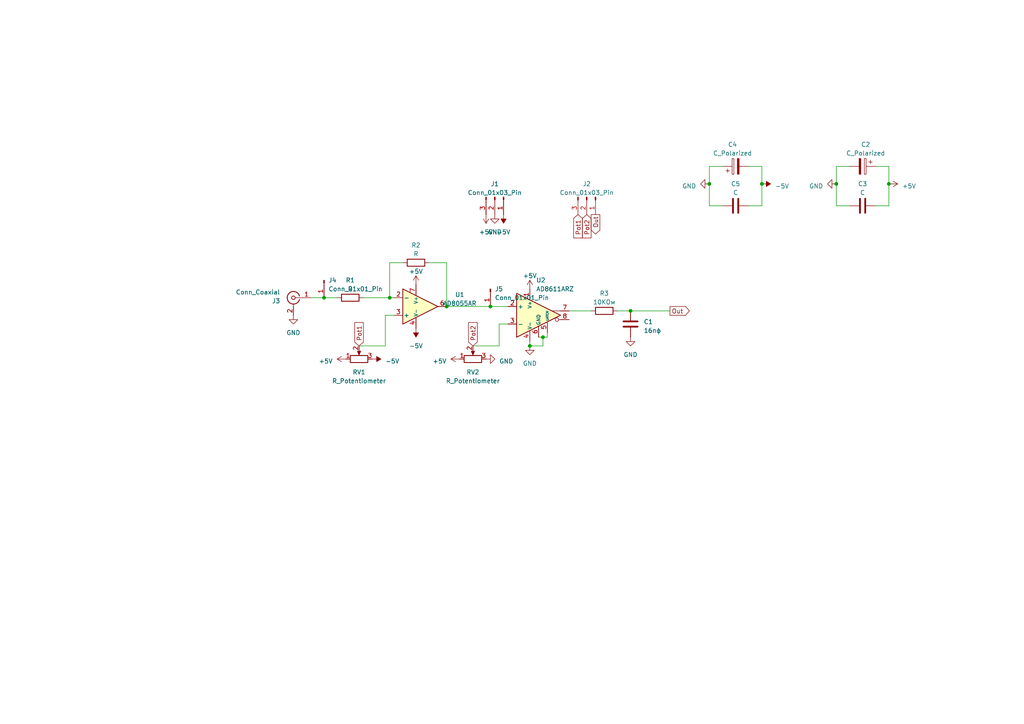
<source format=kicad_sch>
(kicad_sch (version 20230121) (generator eeschema)
  (paper "A4")
  (lib_symbols
    (symbol "Connector:Conn_01x01_Pin" (pin_names (offset 1.016) hide)
      (property "Reference" "J" (at 0 2.54 0))
      (property "Value" "Conn_01x01_Pin" (at 0 -2.54 0))
      (symbol "Conn_01x01_Pin_1_1"
        (polyline (pts (xy 1.27 0) (xy 0.8636 0)) (stroke (width 0.1524)))
        (rectangle (start 0.8636 0.127) (end 0 -0.127) (stroke (width 0.1524)) (fill (type outline)))
        (pin passive line (at 5.08 0 180) (length 3.81) (name "Pin_1") (number "1"))
      )
    )
    (symbol "Connector:Conn_01x03_Pin" (pin_names (offset 1.016) hide)
      (property "Reference" "J" (at 0 5.08 0))
      (property "Value" "Conn_01x03_Pin" (at 0 -5.08 0))
      (symbol "Conn_01x03_Pin_1_1"
        (polyline (pts (xy 1.27 -2.54) (xy 0.8636 -2.54)) (stroke (width 0.1524)))
        (polyline (pts (xy 1.27 0) (xy 0.8636 0)) (stroke (width 0.1524)))
        (polyline (pts (xy 1.27 2.54) (xy 0.8636 2.54)) (stroke (width 0.1524)))
        (rectangle (start 0.8636 -2.413) (end 0 -2.667) (stroke (width 0.1524)) (fill (type outline)))
        (rectangle (start 0.8636 0.127) (end 0 -0.127) (stroke (width 0.1524)) (fill (type outline)))
        (rectangle (start 0.8636 2.667) (end 0 2.413) (stroke (width 0.1524)) (fill (type outline)))
        (pin passive line (at 5.08 2.54 180) (length 3.81) (name "Pin_1") (number "1"))
        (pin passive line (at 5.08 0 180) (length 3.81) (name "Pin_2") (number "2"))
        (pin passive line (at 5.08 -2.54 180) (length 3.81) (name "Pin_3") (number "3"))
      )
    )
    (symbol "Connector:Conn_Coaxial" (pin_names (offset 1.016) hide)
      (property "Reference" "J" (at 0.254 3.048 0))
      (property "Value" "Conn_Coaxial" (at 2.921 0 90))
      (symbol "Conn_Coaxial_0_1"
        (arc (start -1.778 -0.508) (mid 0.2311 -1.8066) (end 1.778 0) (stroke (width 0.254)))
        (polyline (pts (xy -2.54 0) (xy -0.508 0)))
        (polyline (pts (xy 0 -2.54) (xy 0 -1.778)))
        (circle (center 0 0) (radius 0.508) (stroke (width 0.2032)))
        (arc (start 1.778 0) (mid 0.2099 1.8101) (end -1.778 0.508) (stroke (width 0.254)))
      )
      (symbol "Conn_Coaxial_1_1"
        (pin passive line (at -5.08 0 0) (length 2.54) (name "In") (number "1"))
        (pin passive line (at 0 -5.08 90) (length 2.54) (name "Ext") (number "2"))
      )
    )
    (symbol "Device:C" (pin_numbers hide) (pin_names (offset 0.254))
      (property "Reference" "C" (at 0.635 2.54 0))
      (property "Value" "C" (at 0.635 -2.54 0))
      (symbol "C_0_1"
        (polyline (pts (xy -2.032 -0.762) (xy 2.032 -0.762)) (stroke (width 0.508)))
        (polyline (pts (xy -2.032 0.762) (xy 2.032 0.762)) (stroke (width 0.508)))
      )
      (symbol "C_1_1"
        (pin passive line (at 0 3.81 270) (length 2.794) (name "~") (number "1"))
        (pin passive line (at 0 -3.81 90) (length 2.794) (name "~") (number "2"))
      )
    )
    (symbol "Device:C_Polarized" (pin_numbers hide) (pin_names (offset 0.254))
      (property "Reference" "C" (at 0.635 2.54 0))
      (property "Value" "C_Polarized" (at 0.635 -2.54 0))
      (symbol "C_Polarized_0_1"
        (rectangle (start -2.286 0.508) (end 2.286 1.016))
        (polyline (pts (xy -1.778 2.286) (xy -0.762 2.286)))
        (polyline (pts (xy -1.27 2.794) (xy -1.27 1.778)))
        (rectangle (start 2.286 -0.508) (end -2.286 -1.016) (fill (type outline)))
      )
      (symbol "C_Polarized_1_1"
        (pin passive line (at 0 3.81 270) (length 2.794) (name "~") (number "1"))
        (pin passive line (at 0 -3.81 90) (length 2.794) (name "~") (number "2"))
      )
    )
    (symbol "Device:R" (pin_numbers hide) (pin_names (offset 0))
      (property "Reference" "R" (at 2.032 0 90))
      (property "Value" "R" (at 0 0 90))
      (symbol "R_0_1"
        (rectangle (start -1.016 -2.54) (end 1.016 2.54) (stroke (width 0.254)))
      )
      (symbol "R_1_1"
        (pin passive line (at 0 3.81 270) (length 1.27) (name "~") (number "1"))
        (pin passive line (at 0 -3.81 90) (length 1.27) (name "~") (number "2"))
      )
    )
    (symbol "Device:R_Potentiometer" (pin_names (offset 1.016) hide)
      (property "Reference" "RV" (at -4.445 0 90))
      (property "Value" "R_Potentiometer" (at -2.54 0 90))
      (symbol "R_Potentiometer_0_1"
        (polyline (pts (xy 2.54 0) (xy 1.524 0)))
        (polyline (pts (xy 1.143 0) (xy 2.286 0.508) (xy 2.286 -0.508) (xy 1.143 0)) (fill (type outline)))
        (rectangle (start 1.016 2.54) (end -1.016 -2.54) (stroke (width 0.254)))
      )
      (symbol "R_Potentiometer_1_1"
        (pin passive line (at 0 3.81 270) (length 1.27) (name "1") (number "1"))
        (pin passive line (at 3.81 0 180) (length 1.27) (name "2") (number "2"))
        (pin passive line (at 0 -3.81 90) (length 1.27) (name "3") (number "3"))
      )
    )
    (symbol "PCM_Amplifier_Operational_AKL:AD8055AR" (pin_names (offset 0.2))
      (property "Reference" "U" (at 2.54 7.62 0))
      (property "Value" "AD8055AR" (at 2.54 5.08 0))
      (symbol "AD8055AR_0_1"
        (polyline (pts (xy -5.08 5.08) (xy -5.08 -5.08) (xy 5.08 0) (xy -5.08 5.08)) (stroke (width 0.254)) (fill (type background)))
      )
      (symbol "AD8055AR_1_1"
        (pin no_connect line (at 1.27 1.27 270) (length 2.54) hide (name "NC") (number "1"))
        (pin input line (at -7.62 2.54 0) (length 2.54) (name "-") (number "2"))
        (pin input line (at -7.62 -2.54 0) (length 2.54) (name "+") (number "3"))
        (pin power_in line (at -1.27 -6.35 90) (length 3.18) (name "V-") (number "4"))
        (pin no_connect line (at 0 -1.27 90) (length 2.54) hide (name "NC") (number "5"))
        (pin output line (at 7.62 0 180) (length 2.54) (name "~") (number "6"))
        (pin power_in line (at -1.27 6.35 270) (length 3.18) (name "V+") (number "7"))
        (pin no_connect line (at -2.54 -1.27 90) (length 2.54) hide (name "NC") (number "8"))
      )
    )
    (symbol "PCM_Analog_Comparator_AKL:AD8611ARZ" (pin_names (offset 0.254))
      (property "Reference" "U" (at 0 8.89 0))
      (property "Value" "AD8611ARZ" (at 0 6.35 0))
      (symbol "AD8611ARZ_0_0"
        (polyline (pts (xy 6.35 -1.27) (xy 5.842 -1.27)) (stroke (width 0.1524)))
        (polyline (pts (xy 6.35 0) (xy -6.35 -6.35)) (stroke (width 0.254)))
        (polyline (pts (xy 6.35 1.27) (xy 3.81 1.27)) (stroke (width 0.1524)))
        (polyline (pts (xy 6.35 0) (xy -6.35 6.35) (xy -6.35 -6.35)) (stroke (width 0.254)) (fill (type background)))
        (circle (center 5.334 -1.27) (radius 0.508) (stroke (width 0.1524)))
      )
      (symbol "AD8611ARZ_1_1"
        (pin power_in line (at -2.54 7.62 270) (length 3.18) (name "V+") (number "1"))
        (pin input line (at -8.89 2.54 0) (length 2.54) (name "+") (number "2"))
        (pin input line (at -8.89 -2.54 0) (length 2.54) (name "-") (number "3"))
        (pin power_in line (at -2.54 -7.62 90) (length 3.18) (name "V-") (number "4"))
        (pin input line (at 2.54 -5.08 90) (length 3.18) (name "LATCH") (number "5"))
        (pin power_in line (at 0 -6.35 90) (length 3.18) (name "GND") (number "6"))
        (pin output line (at 8.89 1.27 180) (length 2.54) (name "~") (number "7"))
        (pin output line (at 8.89 -1.27 180) (length 2.54) (name "~") (number "8"))
      )
    )
    (symbol "power:+5V" (power) (pin_names (offset 0))
      (property "Value" "+5V" (at 0 3.556 0))
      (symbol "+5V_0_1"
        (polyline (pts (xy -0.762 1.27) (xy 0 2.54)))
        (polyline (pts (xy 0 0) (xy 0 2.54)))
        (polyline (pts (xy 0 2.54) (xy 0.762 1.27)))
      )
      (symbol "+5V_1_1"
        (pin power_in line (at 0 0 90) (length 0) hide (name "+5V") (number "1"))
      )
    )
    (symbol "power:-5V" (power) (pin_names (offset 0))
      (property "Value" "-5V" (at 0 3.81 0))
      (symbol "-5V_0_0"
        (pin power_in line (at 0 0 90) (length 0) hide (name "-5V") (number "1"))
      )
      (symbol "-5V_0_1"
        (polyline (pts (xy 0 0) (xy 0 1.27) (xy 0.762 1.27) (xy 0 2.54) (xy -0.762 1.27) (xy 0 1.27)) (fill (type outline)))
      )
    )
    (symbol "power:GND" (power) (pin_names (offset 0))
      (property "Value" "GND" (at 0 -3.81 0))
      (symbol "GND_0_1"
        (polyline (pts (xy 0 0) (xy 0 -1.27) (xy 1.27 -1.27) (xy 0 -2.54) (xy -1.27 -1.27) (xy 0 -1.27)))
      )
      (symbol "GND_1_1"
        (pin power_in line (at 0 0 270) (length 0) hide (name "GND") (number "1"))
      )
    )
  )
  (junction (at 220.98 53.34))
  (junction (at 93.98 86.36))
  (junction (at 257.81 53.34))
  (junction (at 157.48 97.79))
  (junction (at 142.24 88.9))
  (junction (at 205.74 53.34))
  (junction (at 129.54 88.9))
  (junction (at 182.88 90.17))
  (junction (at 242.57 53.34))
  (junction (at 113.03 86.36))
  (junction (at 153.67 100.33))
  (wire (pts (xy 157.48 100.33) (xy 153.67 100.33)))
  (wire (pts (xy 157.48 97.79) (xy 156.21 97.79)))
  (wire (pts (xy 113.03 86.36) (xy 114.3 86.36)))
  (wire (pts (xy 182.88 90.17) (xy 194.31 90.17)))
  (wire (pts (xy 257.81 59.69) (xy 257.81 53.34)))
  (wire (pts (xy 246.38 59.69) (xy 242.57 59.69)))
  (wire (pts (xy 205.74 59.69) (xy 205.74 53.34)))
  (wire (pts (xy 105.41 86.36) (xy 113.03 86.36)))
  (wire (pts (xy 220.98 48.26) (xy 220.98 53.34)))
  (wire (pts (xy 129.54 76.2) (xy 129.54 88.9)))
  (wire (pts (xy 142.24 88.9) (xy 147.32 88.9)))
  (wire (pts (xy 124.46 76.2) (xy 129.54 76.2)))
  (wire (pts (xy 242.57 48.26) (xy 246.38 48.26)))
  (wire (pts (xy 158.75 96.52) (xy 158.75 97.79)))
  (wire (pts (xy 242.57 48.26) (xy 242.57 53.34)))
  (wire (pts (xy 111.76 100.33) (xy 104.14 100.33)))
  (wire (pts (xy 220.98 48.26) (xy 217.17 48.26)))
  (wire (pts (xy 254 59.69) (xy 257.81 59.69)))
  (wire (pts (xy 116.84 76.2) (xy 113.03 76.2)))
  (wire (pts (xy 179.07 90.17) (xy 182.88 90.17)))
  (wire (pts (xy 144.78 93.98) (xy 147.32 93.98)))
  (wire (pts (xy 217.17 59.69) (xy 220.98 59.69)))
  (wire (pts (xy 205.74 48.26) (xy 209.55 48.26)))
  (wire (pts (xy 242.57 59.69) (xy 242.57 53.34)))
  (wire (pts (xy 111.76 91.44) (xy 114.3 91.44)))
  (wire (pts (xy 158.75 97.79) (xy 157.48 97.79)))
  (wire (pts (xy 205.74 48.26) (xy 205.74 53.34)))
  (wire (pts (xy 90.17 86.36) (xy 93.98 86.36)))
  (wire (pts (xy 153.67 100.33) (xy 153.67 99.06)))
  (wire (pts (xy 144.78 100.33) (xy 137.16 100.33)))
  (wire (pts (xy 257.81 48.26) (xy 254 48.26)))
  (wire (pts (xy 157.48 97.79) (xy 157.48 100.33)))
  (wire (pts (xy 144.78 100.33) (xy 144.78 93.98)))
  (wire (pts (xy 220.98 53.34) (xy 220.98 59.69)))
  (wire (pts (xy 113.03 76.2) (xy 113.03 86.36)))
  (wire (pts (xy 257.81 53.34) (xy 257.81 48.26)))
  (wire (pts (xy 165.1 90.17) (xy 171.45 90.17)))
  (wire (pts (xy 111.76 100.33) (xy 111.76 91.44)))
  (wire (pts (xy 129.54 88.9) (xy 142.24 88.9)))
  (wire (pts (xy 93.98 86.36) (xy 97.79 86.36)))
  (wire (pts (xy 209.55 59.69) (xy 205.74 59.69)))
  (global_label "Out" (shape output) (at 194.31 90.17 0) (property "Intersheetrefs" "${INTERSHEET_REFS}" (effects hide)))
  (global_label "Pot2" (shape input) (at 170.18 62.23 270) (property "Intersheetrefs" "${INTERSHEET_REFS}" (effects hide)))
  (global_label "Pot1" (shape input) (at 167.64 62.23 270) (property "Intersheetrefs" "${INTERSHEET_REFS}" (effects hide)))
  (global_label "Pot1" (shape input) (at 104.14 100.33 90) (property "Intersheetrefs" "${INTERSHEET_REFS}" (effects hide)))
  (global_label "Out" (shape output) (at 172.72 62.23 270) (property "Intersheetrefs" "${INTERSHEET_REFS}" (effects hide)))
  (global_label "Pot2" (shape input) (at 137.16 100.33 90) (property "Intersheetrefs" "${INTERSHEET_REFS}" (effects hide)))
  (symbol (lib_id "Device:C") (at 213.36 59.69 90) (unit 1)
    (property "Reference" "C5" (at 213.36 53.34 90))
    (property "Value" "C" (at 213.36 55.88 90))
    (property "Footprint" "Capacitor_SMD:C_0805_2012Metric_Pad1.18x1.45mm_HandSolder" (effects hide))
  )
  (symbol (lib_id "Device:R_Potentiometer") (at 137.16 104.14 90) (unit 1)
    (property "Reference" "RV2" (at 137.16 107.95 90))
    (property "Value" "R_Potentiometer" (at 137.16 110.49 90))
    (property "Footprint" "PCM_Potentiometer_THT_AKL:Potentiometer_Bourns_3296W_Vertical" (effects hide))
  )
  (symbol (lib_id "Device:C") (at 250.19 59.69 90) (unit 1)
    (property "Reference" "C3" (at 250.19 53.34 90))
    (property "Value" "C" (at 250.19 55.88 90))
    (property "Footprint" "Capacitor_SMD:C_0805_2012Metric_Pad1.18x1.45mm_HandSolder" (effects hide))
  )
  (symbol (lib_id "Device:R") (at 175.26 90.17 90) (unit 1)
    (property "Reference" "R3" (at 175.26 85.09 90))
    (property "Value" "10KОм" (at 175.26 87.63 90))
    (property "Footprint" "Resistor_SMD:R_1206_3216Metric_Pad1.30x1.75mm_HandSolder" (effects hide))
  )
  (symbol (lib_id "power:+5V") (at 257.81 53.34 270) (unit 1)
    (property "Reference" "#PWR010" (effects hide))
    (property "Value" "+5V" (at 261.62 53.975 90) (effects (justify left)))
  )
  (symbol (lib_id "power:+5V") (at 120.65 82.55 0) (unit 1)
    (property "Reference" "#PWR02" (effects hide))
    (property "Value" "+5V" (at 120.65 78.74 0))
  )
  (symbol (lib_id "power:GND") (at 85.09 91.44 0) (unit 1)
    (property "Reference" "#PWR017" (effects hide))
    (property "Value" "GND" (at 85.09 96.52 0))
  )
  (symbol (lib_id "power:GND") (at 140.97 104.14 90) (unit 1)
    (property "Reference" "#PWR08" (effects hide))
    (property "Value" "GND" (at 144.78 104.775 90) (effects (justify right)))
  )
  (symbol (lib_id "PCM_Analog_Comparator_AKL:AD8611ARZ") (at 156.21 91.44 0) (unit 1)
    (property "Reference" "U2" (at 155.4909 81.28 0) (effects (justify left)))
    (property "Value" "AD8611ARZ" (at 155.4909 83.82 0) (effects (justify left)))
    (property "Footprint" "Package_SO:SO-8_3.9x4.9mm_P1.27mm" (effects hide))
    (property "Datasheet" "https://www.tme.eu/Document/a2b8ca9bf5919c63c53932b705f1fe66/ad8611arz.pdf" (effects hide))
  )
  (symbol (lib_id "Device:C") (at 182.88 93.98 0) (unit 1)
    (property "Reference" "C1" (at 186.69 93.345 0) (effects (justify left)))
    (property "Value" "16пф" (at 186.69 95.885 0) (effects (justify left)))
    (property "Footprint" "Capacitor_SMD:C_0805_2012Metric_Pad1.18x1.45mm_HandSolder" (effects hide))
  )
  (symbol (lib_id "power:-5V") (at 220.98 53.34 270) (unit 1)
    (property "Reference" "#PWR013" (effects hide))
    (property "Value" "-5V" (at 224.79 53.975 90) (effects (justify left)))
  )
  (symbol (lib_id "Connector:Conn_01x01_Pin") (at 93.98 81.28 270) (unit 1)
    (property "Reference" "J4" (at 95.25 81.28 90) (effects (justify left)))
    (property "Value" "Conn_01x01_Pin" (at 95.25 83.82 90) (effects (justify left)))
    (property "Footprint" "Connector_PinHeader_2.54mm:PinHeader_1x01_P2.54mm_Vertical" (effects hide))
  )
  (symbol (lib_id "power:+5V") (at 133.35 104.14 90) (unit 1)
    (property "Reference" "#PWR07" (effects hide))
    (property "Value" "+5V" (at 129.54 104.775 90) (effects (justify left)))
  )
  (symbol (lib_id "power:GND") (at 205.74 53.34 270) (unit 1)
    (property "Reference" "#PWR012" (effects hide))
    (property "Value" "GND" (at 201.93 53.975 90) (effects (justify right)))
  )
  (symbol (lib_id "Device:R") (at 101.6 86.36 90) (unit 1)
    (property "Reference" "R1" (at 101.6 81.28 90))
    (property "Value" "R" (at 101.6 83.82 90))
    (property "Footprint" "Resistor_SMD:R_1206_3216Metric_Pad1.30x1.75mm_HandSolder" (effects hide))
  )
  (symbol (lib_id "power:+5V") (at 140.97 62.23 180) (unit 1)
    (property "Reference" "#PWR014" (effects hide))
    (property "Value" "+5V" (at 140.97 67.31 0))
  )
  (symbol (lib_id "power:GND") (at 143.51 62.23 0) (unit 1)
    (property "Reference" "#PWR016" (effects hide))
    (property "Value" "GND" (at 143.51 67.31 0))
  )
  (symbol (lib_id "power:+5V") (at 153.67 83.82 0) (unit 1)
    (property "Reference" "#PWR04" (effects hide))
    (property "Value" "+5V" (at 153.67 80.01 0))
  )
  (symbol (lib_id "Device:R_Potentiometer") (at 104.14 104.14 90) (unit 1)
    (property "Reference" "RV1" (at 104.14 107.95 90))
    (property "Value" "R_Potentiometer" (at 104.14 110.49 90))
    (property "Footprint" "PCM_Potentiometer_THT_AKL:Potentiometer_Bourns_3296W_Vertical" (effects hide))
  )
  (symbol (lib_id "power:-5V") (at 107.95 104.14 270) (unit 1)
    (property "Reference" "#PWR06" (effects hide))
    (property "Value" "-5V" (at 111.76 104.775 90) (effects (justify left)))
  )
  (symbol (lib_id "power:GND") (at 182.88 97.79 0) (unit 1)
    (property "Reference" "#PWR09" (effects hide))
    (property "Value" "GND" (at 182.88 102.87 0))
  )
  (symbol (lib_id "Connector:Conn_Coaxial") (at 85.09 86.36 0) (mirror y) (unit 1)
    (property "Reference" "J3" (at 81.28 87.2882 0) (effects (justify left)))
    (property "Value" "Conn_Coaxial" (at 81.28 84.7482 0) (effects (justify left)))
    (property "Footprint" "Connector_Coaxial:U.FL_Hirose_U.FL-R-SMT-1_Vertical" (effects hide))
    (property "Datasheet" " ~" (effects hide))
  )
  (symbol (lib_id "power:-5V") (at 146.05 62.23 180) (unit 1)
    (property "Reference" "#PWR015" (effects hide))
    (property "Value" "-5V" (at 146.05 67.31 0))
  )
  (symbol (lib_id "power:+5V") (at 100.33 104.14 90) (unit 1)
    (property "Reference" "#PWR05" (effects hide))
    (property "Value" "+5V" (at 96.52 104.775 90) (effects (justify left)))
  )
  (symbol (lib_id "Device:C_Polarized") (at 213.36 48.26 90) (unit 1)
    (property "Reference" "C4" (at 212.471 41.91 90))
    (property "Value" "C_Polarized" (at 212.471 44.45 90))
    (property "Footprint" "Capacitor_Tantalum_SMD:CP_EIA-3216-18_Kemet-A_Pad1.58x1.35mm_HandSolder" (effects hide))
  )
  (symbol (lib_id "PCM_Amplifier_Operational_AKL:AD8055AR") (at 121.92 88.9 0) (unit 1)
    (property "Reference" "U1" (at 133.35 85.4711 0))
    (property "Value" "AD8055AR" (at 133.35 88.0111 0))
    (property "Footprint" "Package_SO:SO-8_3.9x4.9mm_P1.27mm" (effects hide))
    (property "Datasheet" "https://www.tme.eu/Document/ede2c72999a483ea11da3f542ae776ee/AD8055_8056.pdf" (effects hide))
  )
  (symbol (lib_id "power:-5V") (at 120.65 95.25 180) (unit 1)
    (property "Reference" "#PWR03" (effects hide))
    (property "Value" "-5V" (at 120.65 100.33 0))
  )
  (symbol (lib_id "Device:C_Polarized") (at 250.19 48.26 270) (unit 1)
    (property "Reference" "C2" (at 251.079 41.91 90))
    (property "Value" "C_Polarized" (at 251.079 44.45 90))
    (property "Footprint" "Capacitor_Tantalum_SMD:CP_EIA-3216-18_Kemet-A_Pad1.58x1.35mm_HandSolder" (effects hide))
  )
  (symbol (lib_id "Connector:Conn_01x03_Pin") (at 170.18 57.15 270) (unit 1)
    (property "Reference" "J2" (at 170.18 53.34 90))
    (property "Value" "Conn_01x03_Pin" (at 170.18 55.88 90))
    (property "Footprint" "Connector_PinHeader_2.54mm:PinHeader_1x03_P2.54mm_Vertical" (effects hide))
  )
  (symbol (lib_id "Connector:Conn_01x03_Pin") (at 143.51 57.15 270) (unit 1)
    (property "Reference" "J1" (at 143.51 53.34 90))
    (property "Value" "Conn_01x03_Pin" (at 143.51 55.88 90))
    (property "Footprint" "Connector_PinHeader_2.54mm:PinHeader_1x03_P2.54mm_Vertical" (effects hide))
  )
  (symbol (lib_id "power:GND") (at 242.57 53.34 270) (unit 1)
    (property "Reference" "#PWR011" (effects hide))
    (property "Value" "GND" (at 238.76 53.975 90) (effects (justify right)))
  )
  (symbol (lib_id "Device:R") (at 120.65 76.2 90) (unit 1)
    (property "Reference" "R2" (at 120.65 71.12 90))
    (property "Value" "R" (at 120.65 73.66 90))
    (property "Footprint" "Resistor_SMD:R_1206_3216Metric_Pad1.30x1.75mm_HandSolder" (effects hide))
  )
  (symbol (lib_id "Connector:Conn_01x01_Pin") (at 142.24 83.82 270) (unit 1)
    (property "Reference" "J5" (at 143.51 83.82 90) (effects (justify left)))
    (property "Value" "Conn_01x01_Pin" (at 143.51 86.36 90) (effects (justify left)))
    (property "Footprint" "Connector_PinHeader_2.54mm:PinHeader_1x01_P2.54mm_Vertical" (effects hide))
  )
  (symbol (lib_id "power:GND") (at 153.67 100.33 0) (unit 1)
    (property "Reference" "#PWR01" (effects hide))
    (property "Value" "GND" (at 153.67 105.41 0))
  )
)
</source>
